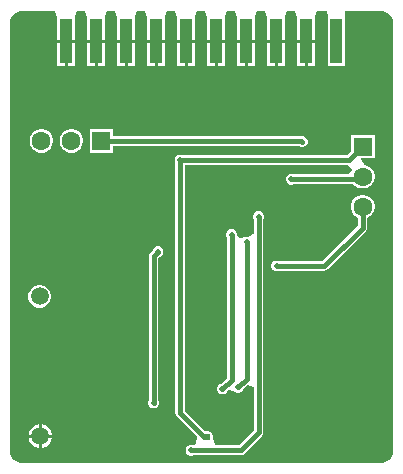
<source format=gbl>
G04*
G04 #@! TF.GenerationSoftware,Altium Limited,Altium Designer,23.8.1 (32)*
G04*
G04 Layer_Physical_Order=2*
G04 Layer_Color=16711680*
%FSLAX44Y44*%
%MOMM*%
G71*
G04*
G04 #@! TF.SameCoordinates,8D10C5A6-D087-465C-88DE-2456D22F2F40*
G04*
G04*
G04 #@! TF.FilePolarity,Positive*
G04*
G01*
G75*
%ADD16R,1.0000X3.7000*%
%ADD35C,0.3810*%
%ADD37C,1.5000*%
%ADD38C,1.6000*%
%ADD39R,1.6000X1.6000*%
%ADD40R,1.6000X1.6000*%
%ADD41C,0.5080*%
%ADD42C,0.6100*%
G36*
X320449Y384372D02*
X322289Y383610D01*
X323945Y382503D01*
X325353Y381095D01*
X326460Y379439D01*
X327222Y377599D01*
X327610Y375646D01*
Y374650D01*
Y12700D01*
Y11704D01*
X327222Y9751D01*
X326460Y7911D01*
X325353Y6255D01*
X323945Y4847D01*
X322289Y3740D01*
X320449Y2978D01*
X318496Y2590D01*
X11704D01*
X9751Y2978D01*
X7911Y3740D01*
X6255Y4847D01*
X4847Y6255D01*
X3740Y7911D01*
X2978Y9751D01*
X2590Y11704D01*
Y12700D01*
Y374650D01*
Y375646D01*
X2978Y377599D01*
X3740Y379439D01*
X4847Y381095D01*
X6255Y382503D01*
X7911Y383610D01*
X9751Y384372D01*
X11704Y384760D01*
X41375D01*
X43006Y380356D01*
X43006Y379680D01*
Y360586D01*
X58086D01*
Y379680D01*
X58086Y380356D01*
X59717Y384760D01*
X66775D01*
X68406Y380356D01*
X68406Y379680D01*
Y360586D01*
X83486D01*
Y379680D01*
X83486Y380356D01*
X85117Y384760D01*
X92175D01*
X93806Y380356D01*
X93806Y379680D01*
Y360586D01*
X108886D01*
Y379680D01*
X108886Y380356D01*
X110517Y384760D01*
X117575D01*
X119206Y380356D01*
X119206Y379680D01*
Y360586D01*
X134286D01*
Y379680D01*
X134286Y380356D01*
X135917Y384760D01*
X142975D01*
X144606Y380356D01*
X144606Y379680D01*
Y360586D01*
X159686D01*
Y379680D01*
X159686Y380356D01*
X161317Y384760D01*
X168375D01*
X170006Y380356D01*
X170006Y379680D01*
Y360586D01*
X185086D01*
Y379680D01*
X185086Y380356D01*
X186717Y384760D01*
X193775D01*
X195406Y380356D01*
X195406Y379680D01*
Y360586D01*
X210486D01*
Y379680D01*
X210486Y380356D01*
X212117Y384760D01*
X219175D01*
X220806Y380356D01*
X220806Y379680D01*
Y360586D01*
X235886D01*
Y379680D01*
X235886Y380356D01*
X237517Y384760D01*
X244575D01*
X246206Y380356D01*
X246206Y379680D01*
Y360586D01*
X261286D01*
Y379680D01*
X261286Y380356D01*
X262917Y384760D01*
X271682D01*
X272106Y379856D01*
X272106Y379680D01*
Y338776D01*
X286186D01*
Y379680D01*
X286186Y379856D01*
X286610Y384760D01*
X318496D01*
X320449Y384372D01*
D02*
G37*
%LPC*%
G36*
X261286Y358046D02*
X255016D01*
Y338276D01*
X261286D01*
Y358046D01*
D02*
G37*
G36*
X252476D02*
X246206D01*
Y338276D01*
X252476D01*
Y358046D01*
D02*
G37*
G36*
X235886D02*
X229616D01*
Y338276D01*
X235886D01*
Y358046D01*
D02*
G37*
G36*
X227076D02*
X220806D01*
Y338276D01*
X227076D01*
Y358046D01*
D02*
G37*
G36*
X210486D02*
X204216D01*
Y338276D01*
X210486D01*
Y358046D01*
D02*
G37*
G36*
X201676D02*
X195406D01*
Y338276D01*
X201676D01*
Y358046D01*
D02*
G37*
G36*
X185086D02*
X178816D01*
Y338276D01*
X185086D01*
Y358046D01*
D02*
G37*
G36*
X176276D02*
X170006D01*
Y338276D01*
X176276D01*
Y358046D01*
D02*
G37*
G36*
X159686D02*
X153416D01*
Y338276D01*
X159686D01*
Y358046D01*
D02*
G37*
G36*
X150876D02*
X144606D01*
Y338276D01*
X150876D01*
Y358046D01*
D02*
G37*
G36*
X134286D02*
X128016D01*
Y338276D01*
X134286D01*
Y358046D01*
D02*
G37*
G36*
X125476D02*
X119206D01*
Y338276D01*
X125476D01*
Y358046D01*
D02*
G37*
G36*
X108886D02*
X102616D01*
Y338276D01*
X108886D01*
Y358046D01*
D02*
G37*
G36*
X100076D02*
X93806D01*
Y338276D01*
X100076D01*
Y358046D01*
D02*
G37*
G36*
X83486D02*
X77216D01*
Y338276D01*
X83486D01*
Y358046D01*
D02*
G37*
G36*
X74676D02*
X68406D01*
Y338276D01*
X74676D01*
Y358046D01*
D02*
G37*
G36*
X58086D02*
X51816D01*
Y338276D01*
X58086D01*
Y358046D01*
D02*
G37*
G36*
X49276D02*
X43006D01*
Y338276D01*
X49276D01*
Y358046D01*
D02*
G37*
G36*
X90369Y285164D02*
X70289D01*
Y265084D01*
X90369D01*
Y271102D01*
X247185D01*
X247850Y270437D01*
X249533Y269740D01*
X251355D01*
X253038Y270437D01*
X254327Y271726D01*
X255024Y273409D01*
Y275231D01*
X254327Y276914D01*
X253038Y278203D01*
X251355Y278900D01*
X250535D01*
X249296Y279146D01*
X90369D01*
Y285164D01*
D02*
G37*
G36*
X56251D02*
X53608D01*
X51054Y284480D01*
X48765Y283158D01*
X46895Y281289D01*
X45574Y279000D01*
X44889Y276446D01*
Y273802D01*
X45574Y271249D01*
X46895Y268960D01*
X48765Y267090D01*
X51054Y265768D01*
X53608Y265084D01*
X56251D01*
X58805Y265768D01*
X61094Y267090D01*
X62963Y268960D01*
X64285Y271249D01*
X64969Y273802D01*
Y276446D01*
X64285Y279000D01*
X62963Y281289D01*
X61094Y283158D01*
X58805Y284480D01*
X56251Y285164D01*
D02*
G37*
G36*
X30851D02*
X28207D01*
X25654Y284480D01*
X23365Y283158D01*
X21495Y281289D01*
X20173Y279000D01*
X19489Y276446D01*
Y273802D01*
X20173Y271249D01*
X21495Y268960D01*
X23365Y267090D01*
X25654Y265768D01*
X28207Y265084D01*
X30851D01*
X33405Y265768D01*
X35694Y267090D01*
X37563Y268960D01*
X38885Y271249D01*
X39569Y273802D01*
Y276446D01*
X38885Y279000D01*
X37563Y281289D01*
X35694Y283158D01*
X33405Y284480D01*
X30851Y285164D01*
D02*
G37*
G36*
X311538Y280296D02*
X291458D01*
Y265904D01*
X288402Y262848D01*
X149069D01*
X147723Y263406D01*
X145901D01*
X144218Y262709D01*
X142929Y261420D01*
X142232Y259737D01*
Y257915D01*
X142790Y256569D01*
Y44704D01*
X143096Y43165D01*
X143968Y41860D01*
X161538Y24290D01*
X160267Y18577D01*
X157730Y17536D01*
X157121Y17788D01*
X155299D01*
X153616Y17091D01*
X152327Y15802D01*
X151630Y14119D01*
Y12297D01*
X152327Y10614D01*
X153616Y9325D01*
X155299Y8628D01*
X157121D01*
X158468Y9186D01*
X198374D01*
X199913Y9492D01*
X201218Y10364D01*
X216204Y25350D01*
X217076Y26655D01*
X217382Y28194D01*
Y208563D01*
X217940Y209909D01*
Y211731D01*
X217243Y213414D01*
X215954Y214703D01*
X214271Y215400D01*
X212449D01*
X210766Y214703D01*
X209477Y213414D01*
X208780Y211731D01*
Y209909D01*
X209338Y208563D01*
Y196979D01*
X208370Y195993D01*
X204258Y194003D01*
X204111Y194064D01*
X202289D01*
X200606Y193367D01*
X199602Y192363D01*
X195080Y194669D01*
Y196491D01*
X194383Y198174D01*
X193094Y199463D01*
X191411Y200160D01*
X189589D01*
X187906Y199463D01*
X186617Y198174D01*
X185920Y196491D01*
Y194669D01*
X186478Y193323D01*
Y74564D01*
X181378Y69465D01*
X180032Y68907D01*
X178743Y67618D01*
X178046Y65935D01*
Y64113D01*
X178743Y62430D01*
X180032Y61141D01*
X181715Y60444D01*
X183537D01*
X185220Y61141D01*
X186509Y62430D01*
X186871Y63304D01*
X188376Y63757D01*
X192205Y63700D01*
X193494Y62411D01*
X195177Y61714D01*
X196999D01*
X198682Y62411D01*
X199971Y63700D01*
X200529Y65046D01*
X204258Y68775D01*
X209338Y66671D01*
Y29860D01*
X196708Y17230D01*
X177409D01*
X176209Y18751D01*
X174682Y22310D01*
X175016Y23117D01*
Y25143D01*
X174241Y27013D01*
X172809Y28445D01*
X170938Y29220D01*
X168913D01*
X168256Y28948D01*
X150834Y46370D01*
Y254804D01*
X289323D01*
X292217Y250616D01*
X290242Y246835D01*
X242717D01*
X241957Y247150D01*
X240135D01*
X238452Y246453D01*
X237163Y245164D01*
X236466Y243481D01*
Y241659D01*
X237163Y239976D01*
X238452Y238687D01*
X240135Y237990D01*
X241957D01*
X243640Y238687D01*
X243744Y238791D01*
X293407D01*
X293464Y238691D01*
X295333Y236822D01*
X297623Y235500D01*
X300176Y234816D01*
X302820D01*
X305373Y235500D01*
X307663Y236822D01*
X309532Y238691D01*
X310854Y240981D01*
X311538Y243534D01*
Y246178D01*
X310854Y248731D01*
X309532Y251021D01*
X307663Y252890D01*
X305373Y254212D01*
X303380Y254746D01*
X302559Y255384D01*
X300134Y259926D01*
X300491Y260216D01*
X311538D01*
Y280296D01*
D02*
G37*
G36*
X302820Y229496D02*
X300176D01*
X297623Y228812D01*
X295333Y227490D01*
X293464Y225621D01*
X292142Y223331D01*
X291458Y220778D01*
Y218134D01*
X292142Y215581D01*
X293464Y213291D01*
X295333Y211422D01*
X297476Y210185D01*
Y203342D01*
X267368Y173235D01*
X230858D01*
X229511Y173792D01*
X227689D01*
X226006Y173095D01*
X224717Y171807D01*
X224020Y170123D01*
Y168301D01*
X224717Y166618D01*
X226006Y165330D01*
X227689Y164632D01*
X229511D01*
X230858Y165190D01*
X269034D01*
X270574Y165496D01*
X271879Y166368D01*
X304342Y198832D01*
X305214Y200137D01*
X305520Y201676D01*
Y210185D01*
X307663Y211422D01*
X309532Y213291D01*
X310854Y215581D01*
X311538Y218134D01*
Y220778D01*
X310854Y223331D01*
X309532Y225621D01*
X307663Y227490D01*
X305373Y228812D01*
X302820Y229496D01*
D02*
G37*
G36*
X29196Y152916D02*
X26684D01*
X24258Y152266D01*
X22082Y151010D01*
X20306Y149234D01*
X19050Y147058D01*
X18400Y144632D01*
Y142120D01*
X19050Y139694D01*
X20306Y137518D01*
X22082Y135742D01*
X24258Y134486D01*
X26684Y133836D01*
X29196D01*
X31622Y134486D01*
X33798Y135742D01*
X35574Y137518D01*
X36830Y139694D01*
X37480Y142120D01*
Y144632D01*
X36830Y147058D01*
X35574Y149234D01*
X33798Y151010D01*
X31622Y152266D01*
X29196Y152916D01*
D02*
G37*
G36*
X129181Y185936D02*
X127359D01*
X125676Y185239D01*
X124387Y183950D01*
X123829Y182604D01*
X121616Y180390D01*
X120744Y179085D01*
X120438Y177546D01*
Y55343D01*
X119880Y53997D01*
Y52175D01*
X120577Y50492D01*
X121866Y49203D01*
X123549Y48506D01*
X125371D01*
X127054Y49203D01*
X128343Y50492D01*
X129040Y52175D01*
Y53997D01*
X128482Y55343D01*
Y175880D01*
X129518Y176915D01*
X130864Y177473D01*
X132153Y178762D01*
X132850Y180445D01*
Y182267D01*
X132153Y183950D01*
X130864Y185239D01*
X129181Y185936D01*
D02*
G37*
G36*
X30024Y35186D02*
X29972D01*
Y26416D01*
X38742D01*
Y26468D01*
X38058Y29021D01*
X36736Y31311D01*
X34867Y33180D01*
X32577Y34502D01*
X30024Y35186D01*
D02*
G37*
G36*
X27432D02*
X27380D01*
X24827Y34502D01*
X22537Y33180D01*
X20668Y31311D01*
X19346Y29021D01*
X18662Y26468D01*
Y26416D01*
X27432D01*
Y35186D01*
D02*
G37*
G36*
X38742Y23876D02*
X29972D01*
Y15106D01*
X30024D01*
X32577Y15790D01*
X34867Y17112D01*
X36736Y18981D01*
X38058Y21271D01*
X38742Y23824D01*
Y23876D01*
D02*
G37*
G36*
X27432D02*
X18662D01*
Y23824D01*
X19346Y21271D01*
X20668Y18981D01*
X22537Y17112D01*
X24827Y15790D01*
X27380Y15106D01*
X27432D01*
Y23876D01*
D02*
G37*
%LPD*%
D16*
X50546Y359316D02*
D03*
X75946D02*
D03*
X101346D02*
D03*
X126746D02*
D03*
X152146D02*
D03*
X177546D02*
D03*
X202946D02*
D03*
X228346D02*
D03*
X253746D02*
D03*
X279146D02*
D03*
D35*
X182626Y65024D02*
X190500Y72898D01*
Y195580D01*
X198374Y13208D02*
X213360Y28194D01*
Y210493D01*
X146812Y44704D02*
X167386Y24130D01*
X146812Y44704D02*
Y258826D01*
X167386Y24130D02*
X169926D01*
X156210Y13208D02*
X198374D01*
X290068Y258826D02*
X301498Y270256D01*
X146812Y258826D02*
X290068D01*
X249296Y275124D02*
X250100Y274320D01*
X80329Y275124D02*
X249296D01*
X250100Y274320D02*
X250444D01*
X241289Y242813D02*
X299455D01*
X241046Y242570D02*
X241289Y242813D01*
X299455D02*
X301498Y244856D01*
X196088Y66294D02*
X203200Y73406D01*
Y189484D01*
X301498Y201676D02*
Y219456D01*
X269034Y169212D02*
X301498Y201676D01*
X228600Y169212D02*
X269034D01*
X124460Y177546D02*
X128270Y181356D01*
X124460Y53086D02*
Y177546D01*
D37*
X28702Y25146D02*
D03*
X27940Y143376D02*
D03*
D38*
X29529Y275124D02*
D03*
X54929D02*
D03*
X301498Y244856D02*
D03*
Y219456D02*
D03*
D39*
X80329Y275124D02*
D03*
D40*
X301498Y270256D02*
D03*
D41*
X213360Y210820D02*
D03*
X314800Y352000D02*
D03*
X302100Y174200D02*
D03*
X314800Y148800D02*
D03*
X289400Y352000D02*
D03*
X276700Y326600D02*
D03*
X289400Y301200D02*
D03*
X276700Y275800D02*
D03*
X289400Y250400D02*
D03*
X276700Y225000D02*
D03*
X289400Y148800D02*
D03*
X264000Y352000D02*
D03*
Y301200D02*
D03*
Y250400D02*
D03*
Y148800D02*
D03*
X238600Y352000D02*
D03*
Y301200D02*
D03*
X225900Y225000D02*
D03*
X213200Y352000D02*
D03*
Y301200D02*
D03*
Y250400D02*
D03*
X187800Y352000D02*
D03*
X175100Y174200D02*
D03*
X162400Y352000D02*
D03*
Y250400D02*
D03*
Y199600D02*
D03*
Y148800D02*
D03*
X149700Y21800D02*
D03*
X137000Y352000D02*
D03*
Y250400D02*
D03*
Y148800D02*
D03*
X124300Y21800D02*
D03*
X111600Y352000D02*
D03*
Y301200D02*
D03*
Y250400D02*
D03*
Y199600D02*
D03*
X98900Y123400D02*
D03*
X111600Y98000D02*
D03*
Y47200D02*
D03*
X98900Y21800D02*
D03*
X86200Y352000D02*
D03*
Y250400D02*
D03*
X73500Y225000D02*
D03*
X86200Y199600D02*
D03*
X73500Y174200D02*
D03*
X86200Y148800D02*
D03*
X73500Y123400D02*
D03*
X86200Y98000D02*
D03*
X73500Y72600D02*
D03*
X86200Y47200D02*
D03*
X73500Y21800D02*
D03*
X60800Y352000D02*
D03*
Y301200D02*
D03*
X48100Y72600D02*
D03*
X60800Y47200D02*
D03*
X48100Y21800D02*
D03*
X35400Y352000D02*
D03*
X22700Y326600D02*
D03*
X35400Y301200D02*
D03*
X22700Y123400D02*
D03*
X35400Y98000D02*
D03*
X22700Y72600D02*
D03*
X35400Y47200D02*
D03*
X156210Y13208D02*
D03*
X146812Y258826D02*
D03*
X241046Y242570D02*
D03*
X250444Y274320D02*
D03*
X203200Y189484D02*
D03*
X190500Y195580D02*
D03*
X228600Y169212D02*
D03*
X196088Y66294D02*
D03*
X182626Y65024D02*
D03*
X128270Y181356D02*
D03*
X124460Y53086D02*
D03*
D42*
X169926Y24130D02*
D03*
M02*

</source>
